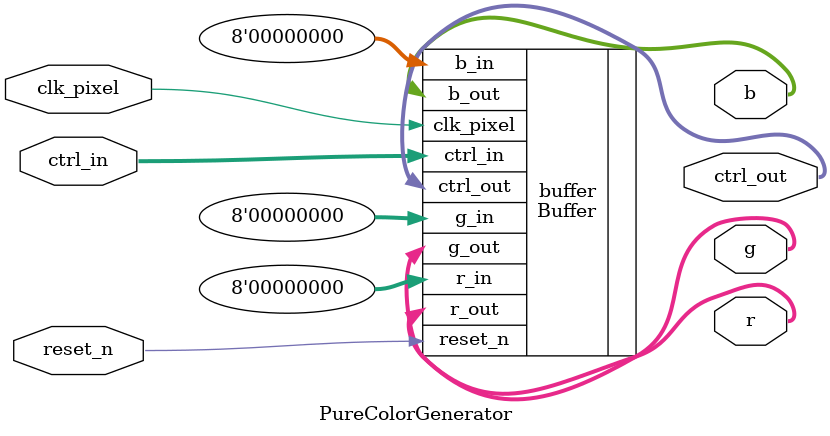
<source format=sv>
module PureColorGenerator #(
    parameter CTRL_WIDTH    = 0,
    parameter COUNTER_WIDTH = 10,
    parameter COLOR         = 24'd0,
    parameter DELAY         = 0
) (
    input logic clk_pixel,
    input logic reset_n,
    input logic[CTRL_WIDTH-1:0] ctrl_in,
    output logic[7:0] r,
    output logic[7:0] g,
    output logic[7:0] b,
    output logic[CTRL_WIDTH-1:0] ctrl_out
);

    Buffer #(CTRL_WIDTH, COUNTER_WIDTH, DELAY) buffer(
        .clk_pixel(clk_pixel),
        .reset_n(reset_n),
        .r_in(COLOR[23:16]),
        .g_in(COLOR[15:8]),
        .b_in(COLOR[7:0]),
        .ctrl_in(ctrl_in),
        .r_out(r),
        .g_out(g),
        .b_out(b),
        .ctrl_out(ctrl_out)
    );

endmodule

</source>
